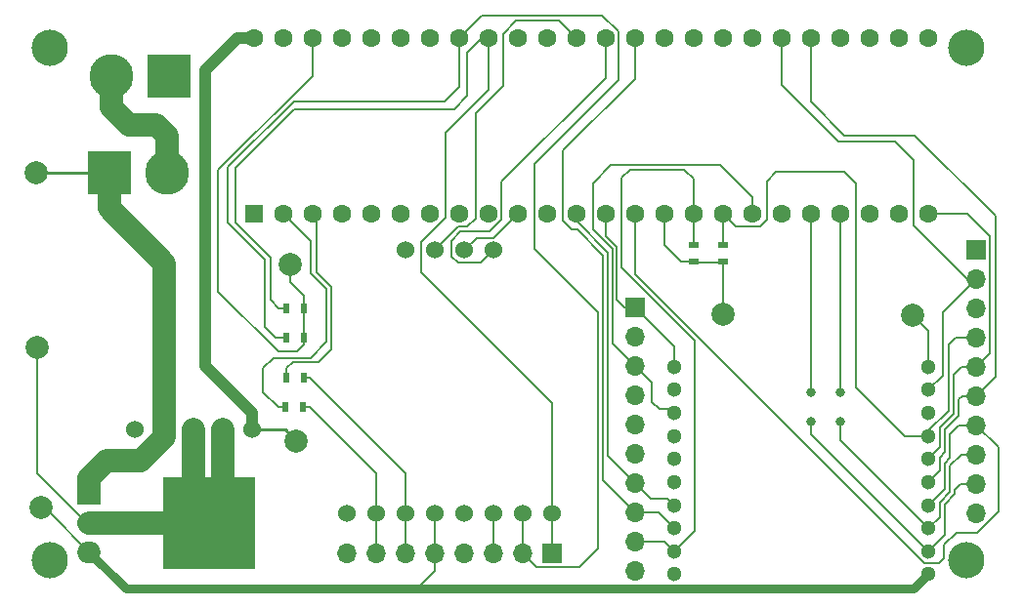
<source format=gtl>
G04 #@! TF.GenerationSoftware,KiCad,Pcbnew,(5.1.10)-1*
G04 #@! TF.CreationDate,2022-04-17T04:02:28-07:00*
G04 #@! TF.ProjectId,GPS_Board,4750535f-426f-4617-9264-2e6b69636164,rev?*
G04 #@! TF.SameCoordinates,Original*
G04 #@! TF.FileFunction,Copper,L1,Top*
G04 #@! TF.FilePolarity,Positive*
%FSLAX46Y46*%
G04 Gerber Fmt 4.6, Leading zero omitted, Abs format (unit mm)*
G04 Created by KiCad (PCBNEW (5.1.10)-1) date 2022-04-17 04:02:28*
%MOMM*%
%LPD*%
G01*
G04 APERTURE LIST*
G04 #@! TA.AperFunction,ComponentPad*
%ADD10C,1.600000*%
G04 #@! TD*
G04 #@! TA.AperFunction,ComponentPad*
%ADD11R,1.600000X1.600000*%
G04 #@! TD*
G04 #@! TA.AperFunction,SMDPad,CuDef*
%ADD12R,0.900000X0.600000*%
G04 #@! TD*
G04 #@! TA.AperFunction,ComponentPad*
%ADD13C,1.300000*%
G04 #@! TD*
G04 #@! TA.AperFunction,ComponentPad*
%ADD14R,2.000000X1.905000*%
G04 #@! TD*
G04 #@! TA.AperFunction,ComponentPad*
%ADD15O,2.000000X1.905000*%
G04 #@! TD*
G04 #@! TA.AperFunction,SMDPad,CuDef*
%ADD16R,8.000000X8.000000*%
G04 #@! TD*
G04 #@! TA.AperFunction,SMDPad,CuDef*
%ADD17C,2.000000*%
G04 #@! TD*
G04 #@! TA.AperFunction,ComponentPad*
%ADD18C,1.524000*%
G04 #@! TD*
G04 #@! TA.AperFunction,ComponentPad*
%ADD19R,3.800000X3.800000*%
G04 #@! TD*
G04 #@! TA.AperFunction,ComponentPad*
%ADD20C,3.800000*%
G04 #@! TD*
G04 #@! TA.AperFunction,SMDPad,CuDef*
%ADD21R,0.600000X0.900000*%
G04 #@! TD*
G04 #@! TA.AperFunction,ComponentPad*
%ADD22O,1.700000X1.700000*%
G04 #@! TD*
G04 #@! TA.AperFunction,ComponentPad*
%ADD23R,1.700000X1.700000*%
G04 #@! TD*
G04 #@! TA.AperFunction,ViaPad*
%ADD24C,3.150000*%
G04 #@! TD*
G04 #@! TA.AperFunction,ViaPad*
%ADD25C,1.000000*%
G04 #@! TD*
G04 #@! TA.AperFunction,ViaPad*
%ADD26C,0.800000*%
G04 #@! TD*
G04 #@! TA.AperFunction,Conductor*
%ADD27C,0.150000*%
G04 #@! TD*
G04 #@! TA.AperFunction,Conductor*
%ADD28C,2.000000*%
G04 #@! TD*
G04 #@! TA.AperFunction,Conductor*
%ADD29C,1.000000*%
G04 #@! TD*
G04 #@! TA.AperFunction,Conductor*
%ADD30C,0.250000*%
G04 #@! TD*
G04 #@! TA.AperFunction,Conductor*
%ADD31C,0.800000*%
G04 #@! TD*
G04 APERTURE END LIST*
D10*
X172593000Y-77914500D03*
X175133000Y-77914500D03*
X177673000Y-77914500D03*
X180213000Y-77914500D03*
X170053000Y-77914500D03*
X167513000Y-77914500D03*
X164973000Y-77914500D03*
X182753000Y-77914500D03*
X185293000Y-77914500D03*
X187833000Y-77914500D03*
X190373000Y-77914500D03*
X190373000Y-62674500D03*
X187833000Y-62674500D03*
X185293000Y-62674500D03*
X182753000Y-62674500D03*
X180213000Y-62674500D03*
X177673000Y-62674500D03*
X175133000Y-62674500D03*
X172593000Y-62674500D03*
X170053000Y-62674500D03*
X167513000Y-62674500D03*
X162433000Y-77914500D03*
X159893000Y-77914500D03*
X157353000Y-77914500D03*
X154813000Y-77914500D03*
X152273000Y-77914500D03*
X149733000Y-77914500D03*
X147193000Y-77914500D03*
X144653000Y-77914500D03*
X142113000Y-77914500D03*
X139573000Y-77914500D03*
X137033000Y-77914500D03*
X134493000Y-77914500D03*
D11*
X131953000Y-77914500D03*
D10*
X164973000Y-62674500D03*
X162433000Y-62674500D03*
X159893000Y-62674500D03*
X157353000Y-62674500D03*
X154813000Y-62674500D03*
X152273000Y-62674500D03*
X149733000Y-62674500D03*
X147193000Y-62674500D03*
X144653000Y-62674500D03*
X142113000Y-62674500D03*
X139573000Y-62674500D03*
X137033000Y-62674500D03*
X134493000Y-62674500D03*
X131953000Y-62674500D03*
D12*
X172641500Y-82103500D03*
X172641500Y-80603500D03*
D13*
X168387500Y-101203000D03*
X168387500Y-95203000D03*
X168387500Y-99203000D03*
X168387500Y-93203000D03*
X168387500Y-107203000D03*
X168387500Y-105203000D03*
X168387500Y-109203000D03*
X168387500Y-103203000D03*
X168387500Y-91203000D03*
X168387500Y-97203000D03*
X190387500Y-93203000D03*
X190387500Y-91203000D03*
X190387500Y-97203000D03*
X190387500Y-95203000D03*
X190387500Y-101203000D03*
X190387500Y-99203000D03*
X190387500Y-105203000D03*
X190387500Y-103203000D03*
X190387500Y-107203000D03*
X190387500Y-109203000D03*
D14*
X117666800Y-102200400D03*
D15*
X117666800Y-104740400D03*
X117666800Y-107280400D03*
D16*
X128066800Y-104800400D03*
D17*
X188991500Y-86703500D03*
X113157000Y-89535000D03*
D18*
X121666000Y-96647000D03*
X124206000Y-96647000D03*
X131836000Y-96657000D03*
X129286000Y-96647000D03*
X126746000Y-96647000D03*
D17*
X113474500Y-103378000D03*
X135616500Y-97628500D03*
X113066500Y-74328500D03*
D18*
X145097500Y-81089500D03*
X147637500Y-81089500D03*
X150177500Y-81089500D03*
X152717500Y-81089500D03*
X147637500Y-103949500D03*
X145097500Y-103949500D03*
X140017500Y-103949500D03*
X142557500Y-103949500D03*
X157797500Y-103949500D03*
X150177500Y-103949500D03*
X152717500Y-103949500D03*
X155257500Y-103949500D03*
D19*
X124587000Y-65976500D03*
D20*
X119587000Y-65976500D03*
X124396500Y-74358500D03*
D19*
X119396500Y-74358500D03*
D21*
X136291500Y-88678500D03*
X134791500Y-88678500D03*
X134791500Y-86128500D03*
X136291500Y-86128500D03*
D12*
X170041500Y-80603500D03*
X170041500Y-82103500D03*
D22*
X194564000Y-103886000D03*
X194564000Y-101346000D03*
X194564000Y-98806000D03*
X194564000Y-96266000D03*
X194564000Y-93726000D03*
X194564000Y-91186000D03*
X194564000Y-88646000D03*
X194564000Y-86106000D03*
X194564000Y-83566000D03*
D23*
X194564000Y-81026000D03*
X164973000Y-86042500D03*
D22*
X164973000Y-88582500D03*
X164973000Y-91122500D03*
X164973000Y-93662500D03*
X164973000Y-96202500D03*
X164973000Y-98742500D03*
X164973000Y-101282500D03*
X164973000Y-103822500D03*
X164973000Y-106362500D03*
X164973000Y-108902500D03*
D23*
X157831500Y-107378500D03*
D22*
X155291500Y-107378500D03*
X152751500Y-107378500D03*
X150211500Y-107378500D03*
X147671500Y-107378500D03*
X145131500Y-107378500D03*
X142591500Y-107378500D03*
X140051500Y-107378500D03*
D17*
X135141500Y-82353500D03*
X172641500Y-86678500D03*
D21*
X134716500Y-94728500D03*
X136216500Y-94728500D03*
X136266500Y-92178500D03*
X134766500Y-92178500D03*
D24*
X193675000Y-63500000D03*
X193675000Y-107950000D03*
X114300000Y-107950000D03*
X114300000Y-63500000D03*
D25*
X125066800Y-101800400D03*
X127066800Y-101800400D03*
X125066800Y-103800400D03*
X125066800Y-105800400D03*
X127066800Y-103800400D03*
X127066800Y-105800400D03*
X129066800Y-101800400D03*
X129066800Y-103800400D03*
X131066800Y-101800400D03*
X131066800Y-103800400D03*
X129066800Y-105800400D03*
X131066800Y-105800400D03*
X131066800Y-107800400D03*
X129066800Y-107800400D03*
X127066800Y-107800400D03*
X125066800Y-107800400D03*
D26*
X180213005Y-95975005D03*
X180216500Y-93378500D03*
X182766496Y-95928500D03*
X182766500Y-93378500D03*
D27*
X113157000Y-100457000D02*
X113157000Y-89535000D01*
X117665500Y-104711500D02*
X117411500Y-104711500D01*
X117411500Y-104711500D02*
X113157000Y-100457000D01*
D28*
X126746000Y-103479600D02*
X128066800Y-104800400D01*
X126746000Y-96647000D02*
X126746000Y-103479600D01*
X129286000Y-103581200D02*
X128066800Y-104800400D01*
X129286000Y-96647000D02*
X129286000Y-103581200D01*
X128006800Y-104740400D02*
X128066800Y-104800400D01*
X117666800Y-104740400D02*
X128006800Y-104740400D01*
D27*
X190387500Y-88099500D02*
X188991500Y-86703500D01*
X190387500Y-91203000D02*
X190387500Y-88099500D01*
X152717500Y-107344500D02*
X152751500Y-107378500D01*
X152717500Y-103949500D02*
X152717500Y-107344500D01*
D29*
X130556000Y-62674500D02*
X131953000Y-62674500D01*
X127766500Y-65464000D02*
X130556000Y-62674500D01*
X127766500Y-91153500D02*
X127766500Y-65464000D01*
X131836000Y-95223000D02*
X127766500Y-91153500D01*
X131836000Y-96657000D02*
X131836000Y-95223000D01*
D30*
X135616500Y-97628500D02*
X135616500Y-97326000D01*
X134645000Y-96657000D02*
X135616500Y-97628500D01*
X131836000Y-96657000D02*
X134645000Y-96657000D01*
D28*
X119587000Y-65976500D02*
X119587000Y-68660000D01*
X119587000Y-68660000D02*
X121158000Y-70231000D01*
X121158000Y-70231000D02*
X123507500Y-70231000D01*
X124396500Y-71120000D02*
X124396500Y-74358500D01*
X123507500Y-70231000D02*
X124396500Y-71120000D01*
D27*
X117614700Y-107251500D02*
X117665500Y-107251500D01*
X114236500Y-103822500D02*
X114236500Y-103873300D01*
X114236500Y-103873300D02*
X117614700Y-107251500D01*
X170066500Y-82128500D02*
X170041500Y-82103500D01*
X172641500Y-82128500D02*
X170066500Y-82128500D01*
X136291500Y-88678500D02*
X136291500Y-86128500D01*
X135141500Y-82353500D02*
X135141500Y-83853500D01*
X135141500Y-83853500D02*
X136291500Y-85003500D01*
X136291500Y-85003500D02*
X136291500Y-86128500D01*
D31*
X189115511Y-110474989D02*
X190387500Y-109203000D01*
X117666800Y-107280400D02*
X120861389Y-110474989D01*
X147262989Y-110474989D02*
X189115511Y-110474989D01*
D27*
X147671500Y-108898500D02*
X146095011Y-110474989D01*
X147671500Y-107378500D02*
X147671500Y-108898500D01*
D31*
X146095011Y-110474989D02*
X147262989Y-110474989D01*
X120861389Y-110474989D02*
X146095011Y-110474989D01*
D27*
X147637500Y-107344500D02*
X147671500Y-107378500D01*
X147637500Y-103949500D02*
X147637500Y-107344500D01*
X136291500Y-89278500D02*
X136291500Y-88678500D01*
X135691500Y-89878500D02*
X136291500Y-89278500D01*
X134066500Y-89878500D02*
X135691500Y-89878500D01*
X128866500Y-84678500D02*
X134066500Y-89878500D01*
X128866500Y-74128500D02*
X128866500Y-84678500D01*
X137033000Y-65962000D02*
X128866500Y-74128500D01*
X137033000Y-62674500D02*
X137033000Y-65962000D01*
X172641500Y-82103500D02*
X172641500Y-86678500D01*
X168941500Y-82103500D02*
X170041500Y-82103500D01*
X167513000Y-80675000D02*
X168941500Y-82103500D01*
X167513000Y-77914500D02*
X167513000Y-80675000D01*
X194564000Y-101346000D02*
X193220531Y-101346000D01*
X192712530Y-102246380D02*
X191812511Y-103146399D01*
X191812511Y-103146399D02*
X191812511Y-105777989D01*
X191812511Y-105777989D02*
X190387500Y-107203000D01*
X193220531Y-101346000D02*
X192712531Y-101854000D01*
X192712531Y-101854000D02*
X192712530Y-102246380D01*
X190387500Y-107203000D02*
X180213005Y-97028505D01*
X180213005Y-97028505D02*
X180213005Y-95975005D01*
X180216500Y-77918000D02*
X180213000Y-77914500D01*
X180216500Y-93378500D02*
X180216500Y-77918000D01*
X194564000Y-98806000D02*
X193231910Y-98806000D01*
X191362501Y-102959999D02*
X191362501Y-104227999D01*
X191362501Y-104227999D02*
X190387500Y-105203000D01*
X193231910Y-98806000D02*
X192262521Y-99775389D01*
X192262521Y-99775389D02*
X192262521Y-102059979D01*
X192262521Y-102059979D02*
X191362501Y-102959999D01*
X182766496Y-97581996D02*
X182766496Y-95928500D01*
X190387500Y-105203000D02*
X182766496Y-97581996D01*
X182766500Y-77928000D02*
X182753000Y-77914500D01*
X182766500Y-93378500D02*
X182766500Y-77928000D01*
X190387500Y-96759500D02*
X190387500Y-97203000D01*
X194564000Y-88646000D02*
X192786000Y-88646000D01*
X192786000Y-88646000D02*
X192151000Y-89281000D01*
X192151000Y-89281000D02*
X192151000Y-94996000D01*
X192151000Y-94996000D02*
X190387500Y-96759500D01*
X188325500Y-97203000D02*
X190387500Y-97203000D01*
X172593000Y-80580000D02*
X172641500Y-80628500D01*
X172593000Y-77914500D02*
X172593000Y-80580000D01*
X173718001Y-79039501D02*
X172593000Y-77914500D01*
X175793000Y-79039501D02*
X173718001Y-79039501D01*
X176403000Y-78429501D02*
X175793000Y-79039501D01*
X176403000Y-75092000D02*
X176403000Y-78429501D01*
X177191500Y-74303500D02*
X176403000Y-75092000D01*
X183116500Y-74303500D02*
X177191500Y-74303500D01*
X184086500Y-75273500D02*
X183116500Y-74303500D01*
X184086500Y-92964000D02*
X184086500Y-75273500D01*
X188325500Y-97203000D02*
X184086500Y-92964000D01*
X164973000Y-91122500D02*
X166433500Y-92583000D01*
X167068500Y-94869000D02*
X168053500Y-94869000D01*
X168053500Y-94869000D02*
X168387500Y-95203000D01*
X166433500Y-94234000D02*
X167068500Y-94869000D01*
X166433500Y-92583000D02*
X166433500Y-94234000D01*
X175133000Y-76783130D02*
X175133000Y-77914500D01*
X161307999Y-79320655D02*
X161307999Y-75262001D01*
X172366500Y-73728500D02*
X175133000Y-76495000D01*
X162841500Y-73728500D02*
X172366500Y-73728500D01*
X161307999Y-75262001D02*
X162841500Y-73728500D01*
X163002978Y-81015634D02*
X161307999Y-79320655D01*
X175133000Y-76495000D02*
X175133000Y-76783130D01*
X164973000Y-91122500D02*
X163002978Y-89152478D01*
X163002978Y-89152478D02*
X163002978Y-81015634D01*
X170053000Y-77914500D02*
X170053000Y-78486000D01*
X167547000Y-106362500D02*
X168387500Y-107203000D01*
X164973000Y-106362500D02*
X167547000Y-106362500D01*
X170053000Y-80592000D02*
X170041500Y-80603500D01*
X170053000Y-77914500D02*
X170053000Y-80592000D01*
X170053000Y-74890000D02*
X170053000Y-77914500D01*
X169241500Y-74078500D02*
X170053000Y-74890000D01*
X164541500Y-74078500D02*
X169241500Y-74078500D01*
X163816500Y-82600998D02*
X163816500Y-74803500D01*
X163816500Y-74803500D02*
X164541500Y-74078500D01*
X170116500Y-88900998D02*
X163816500Y-82600998D01*
X170116500Y-105474000D02*
X170116500Y-88900998D01*
X168387500Y-107203000D02*
X170116500Y-105474000D01*
X158368520Y-61150020D02*
X159893000Y-62674500D01*
X147637500Y-81089500D02*
X149687499Y-79039501D01*
X149687499Y-79039501D02*
X150455499Y-79039501D01*
X150455499Y-79039501D02*
X151147999Y-78347001D01*
X151147999Y-69197001D02*
X153516500Y-66828500D01*
X151147999Y-78347001D02*
X151147999Y-69197001D01*
X153516500Y-66828500D02*
X153516500Y-62320000D01*
X153516500Y-62320000D02*
X154686480Y-61150020D01*
X154686480Y-61150020D02*
X158368520Y-61150020D01*
X152725001Y-80002499D02*
X154813000Y-77914500D01*
X150177500Y-81089500D02*
X151264501Y-80002499D01*
X151264501Y-80002499D02*
X152725001Y-80002499D01*
X162433000Y-66137000D02*
X162433000Y-62674500D01*
X153398001Y-75171999D02*
X162433000Y-66137000D01*
X153398001Y-78454501D02*
X153398001Y-75171999D01*
X149873899Y-79489511D02*
X152362991Y-79489511D01*
X149090499Y-81611261D02*
X149090499Y-80272911D01*
X149655739Y-82176501D02*
X149090499Y-81611261D01*
X152362991Y-79489511D02*
X153398001Y-78454501D01*
X151630499Y-82176501D02*
X149655739Y-82176501D01*
X149090499Y-80272911D02*
X149873899Y-79489511D01*
X152717500Y-81089500D02*
X151630499Y-82176501D01*
X137414000Y-78295500D02*
X137033000Y-77914500D01*
X138689510Y-84268600D02*
X137414000Y-82993090D01*
X137414000Y-82993090D02*
X137414000Y-78295500D01*
X145097500Y-107344500D02*
X145131500Y-107378500D01*
X145097500Y-103949500D02*
X145097500Y-107344500D01*
X136816500Y-92178500D02*
X136266500Y-92178500D01*
X145097500Y-100459500D02*
X136816500Y-92178500D01*
X145097500Y-103949500D02*
X145097500Y-100459500D01*
X134766500Y-92178500D02*
X134766500Y-91328500D01*
X134766500Y-91328500D02*
X135316500Y-90778500D01*
X135316500Y-90778500D02*
X137566500Y-90778500D01*
X138689510Y-89655490D02*
X138689510Y-84268600D01*
X137566500Y-90778500D02*
X138689510Y-89655490D01*
X142557500Y-107344500D02*
X142591500Y-107378500D01*
X142557500Y-103949500D02*
X142557500Y-107344500D01*
X142557500Y-100469500D02*
X142557500Y-103949500D01*
X136816500Y-94728500D02*
X142557500Y-100469500D01*
X136216500Y-94728500D02*
X136816500Y-94728500D01*
X136866500Y-83082000D02*
X136866500Y-80288000D01*
X138239500Y-89055500D02*
X138239500Y-84455000D01*
X136866500Y-90428500D02*
X138239500Y-89055500D01*
X133666500Y-90428500D02*
X136866500Y-90428500D01*
X132766500Y-91328500D02*
X133666500Y-90428500D01*
X136866500Y-80288000D02*
X134493000Y-77914500D01*
X132766500Y-93378500D02*
X132766500Y-91328500D01*
X134116500Y-94728500D02*
X132766500Y-93378500D01*
X138239500Y-84455000D02*
X136866500Y-83082000D01*
X134716500Y-94728500D02*
X134116500Y-94728500D01*
X157797500Y-107344500D02*
X157831500Y-107378500D01*
X157797500Y-103949500D02*
X157797500Y-107344500D01*
X157797500Y-94384500D02*
X157797500Y-103949500D01*
X146441500Y-83028500D02*
X157797500Y-94384500D01*
X146441500Y-80353500D02*
X146441500Y-83028500D01*
X148526500Y-78268500D02*
X146441500Y-80353500D01*
X148526500Y-70918500D02*
X148526500Y-78268500D01*
X152266500Y-67178500D02*
X148526500Y-70918500D01*
X152266500Y-62681000D02*
X152266500Y-67178500D01*
X152273000Y-62674500D02*
X152266500Y-62681000D01*
X134091500Y-86128500D02*
X134791500Y-86128500D01*
X133367999Y-81754999D02*
X133367999Y-85404999D01*
X130316500Y-78703500D02*
X133367999Y-81754999D01*
X130316500Y-73978500D02*
X130316500Y-78703500D01*
X135466500Y-68828500D02*
X130316500Y-73978500D01*
X149291500Y-68828500D02*
X135466500Y-68828500D01*
X150416500Y-67703500D02*
X149291500Y-68828500D01*
X150416500Y-63978500D02*
X150416500Y-67703500D01*
X151720500Y-62674500D02*
X150416500Y-63978500D01*
X133367999Y-85404999D02*
X134091500Y-86128500D01*
X152273000Y-62674500D02*
X151720500Y-62674500D01*
X155257500Y-107344500D02*
X155291500Y-107378500D01*
X155257500Y-103949500D02*
X155257500Y-107344500D01*
X161734500Y-106997500D02*
X160178499Y-108553501D01*
X149733000Y-62674500D02*
X151707490Y-60700010D01*
X151707490Y-60700010D02*
X162123512Y-60700010D01*
X156466501Y-108553501D02*
X155291500Y-107378500D01*
X162123512Y-60700010D02*
X163558001Y-62134499D01*
X163558001Y-62134499D02*
X163558001Y-66311999D01*
X163558001Y-66311999D02*
X156227999Y-73642001D01*
X156227999Y-73642001D02*
X156227999Y-80986521D01*
X156227999Y-80986521D02*
X161734500Y-86493022D01*
X161734500Y-86493022D02*
X161734500Y-106997500D01*
X160178499Y-108553501D02*
X156466501Y-108553501D01*
X149733000Y-66912000D02*
X149733000Y-62674500D01*
X134791500Y-88678500D02*
X133866500Y-88678500D01*
X133866500Y-88678500D02*
X132917989Y-87729989D01*
X129691500Y-78703500D02*
X129691500Y-73903500D01*
X132917989Y-87729989D02*
X132917989Y-81929989D01*
X132917989Y-81929989D02*
X129691500Y-78703500D01*
X129691500Y-73903500D02*
X135441500Y-68153500D01*
X135441500Y-68153500D02*
X148491500Y-68153500D01*
X148491500Y-68153500D02*
X149733000Y-66912000D01*
D30*
X113665000Y-74358500D02*
X119396500Y-74358500D01*
D28*
X124206000Y-82232500D02*
X124206000Y-96647000D01*
X119396500Y-77423000D02*
X124206000Y-82232500D01*
X119396500Y-74358500D02*
X119396500Y-77423000D01*
X124206000Y-97282000D02*
X124206000Y-96647000D01*
X122134500Y-99353500D02*
X124206000Y-97282000D01*
X119213500Y-99353500D02*
X122134500Y-99353500D01*
X117665500Y-100901500D02*
X119213500Y-99353500D01*
X117665500Y-102171500D02*
X117665500Y-100901500D01*
D27*
X194564000Y-96266000D02*
X193051020Y-96266000D01*
X192289020Y-99112480D02*
X191812511Y-99588989D01*
X191812511Y-99588989D02*
X191812511Y-101777989D01*
X191812511Y-101777989D02*
X190387500Y-103203000D01*
X193051020Y-96266000D02*
X192289020Y-97028000D01*
X192289020Y-97028000D02*
X192289020Y-99112480D01*
X164973000Y-83135000D02*
X164973000Y-77914500D01*
X191342001Y-108227999D02*
X190065999Y-108227999D01*
X191774999Y-107795001D02*
X191342001Y-108227999D01*
X191774999Y-106670001D02*
X191774999Y-107795001D01*
X192841500Y-105603500D02*
X191774999Y-106670001D01*
X194585502Y-105603500D02*
X192841500Y-105603500D01*
X196474992Y-103714010D02*
X194585502Y-105603500D01*
X196474992Y-98176992D02*
X196474992Y-103714010D01*
X190065999Y-108227999D02*
X164973000Y-83135000D01*
X194564000Y-96266000D02*
X196474992Y-98176992D01*
X193361919Y-93726000D02*
X193051020Y-94036899D01*
X191839010Y-96642900D02*
X191839010Y-98609990D01*
X191839010Y-98609990D02*
X191362501Y-99086499D01*
X191362501Y-99086499D02*
X191362501Y-100227999D01*
X191362501Y-100227999D02*
X190387500Y-101203000D01*
X193051020Y-94036899D02*
X193051019Y-95430891D01*
X193051019Y-95430891D02*
X191839010Y-96642900D01*
X194564000Y-93726000D02*
X193361919Y-93726000D01*
X196189011Y-92100989D02*
X194564000Y-93726000D01*
X196189011Y-78076011D02*
X196189011Y-92100989D01*
X189241500Y-71128500D02*
X196189011Y-78076011D01*
X183141500Y-71128500D02*
X189241500Y-71128500D01*
X180213000Y-68200000D02*
X183141500Y-71128500D01*
X180213000Y-62674500D02*
X180213000Y-68200000D01*
X194564000Y-91186000D02*
X193299510Y-91186000D01*
X191389000Y-96456500D02*
X191389000Y-98201500D01*
X191389000Y-98201500D02*
X190387500Y-99203000D01*
X192601010Y-95244490D02*
X191389000Y-96456500D01*
X193299510Y-91186000D02*
X192601010Y-91884500D01*
X192601010Y-91884500D02*
X192601010Y-95244490D01*
X193737502Y-77914500D02*
X190373000Y-77914500D01*
X194564000Y-91186000D02*
X195739001Y-90010999D01*
X195739001Y-79915999D02*
X193737502Y-77914500D01*
X195739001Y-90010999D02*
X195739001Y-79915999D01*
X190387500Y-93203000D02*
X191643000Y-91947500D01*
X191643000Y-91947500D02*
X191643000Y-86487000D01*
X191643000Y-86487000D02*
X194564000Y-83566000D01*
X177673000Y-62674500D02*
X177673000Y-63309500D01*
X189103000Y-78915000D02*
X193754000Y-83566000D01*
X187516500Y-71653500D02*
X189103000Y-73240000D01*
X189103000Y-73240000D02*
X189103000Y-78915000D01*
X182566500Y-71653500D02*
X187516500Y-71653500D01*
X193754000Y-83566000D02*
X194564000Y-83566000D01*
X177673000Y-66760000D02*
X182566500Y-71653500D01*
X177673000Y-62674500D02*
X177673000Y-66760000D01*
X168387500Y-89457000D02*
X164973000Y-86042500D01*
X168387500Y-91203000D02*
X168387500Y-89457000D01*
X162433000Y-79845000D02*
X162433000Y-77914500D01*
X163352989Y-85339989D02*
X163352989Y-80764989D01*
X163352989Y-80764989D02*
X162433000Y-79845000D01*
X164055500Y-86042500D02*
X163352989Y-85339989D01*
X164973000Y-86042500D02*
X164055500Y-86042500D01*
X164973000Y-101282500D02*
X166306500Y-102616000D01*
X166306500Y-102616000D02*
X167800500Y-102616000D01*
X167800500Y-102616000D02*
X168387500Y-103203000D01*
D30*
X160083500Y-77914500D02*
X159893000Y-77914500D01*
D27*
X164123001Y-100432501D02*
X164973000Y-101282500D01*
X159893000Y-77914500D02*
X159893000Y-78542067D01*
X159893000Y-78542067D02*
X162636512Y-81285579D01*
X162636512Y-81285579D02*
X162636512Y-98946012D01*
X162636512Y-98946012D02*
X164123001Y-100432501D01*
X167007000Y-103822500D02*
X168387500Y-105203000D01*
X164973000Y-103822500D02*
X167007000Y-103822500D01*
X164973000Y-63805870D02*
X164973000Y-62674500D01*
X164973000Y-66222000D02*
X164973000Y-63805870D01*
X158750000Y-72445000D02*
X164973000Y-66222000D01*
X158750000Y-78549500D02*
X158750000Y-72445000D01*
X159512000Y-79311500D02*
X158750000Y-78549500D01*
X159950856Y-79311500D02*
X159512000Y-79311500D01*
X162186501Y-81547145D02*
X159950856Y-79311500D01*
X162186501Y-101036001D02*
X162186501Y-81547145D01*
X164973000Y-103822500D02*
X162186501Y-101036001D01*
M02*

</source>
